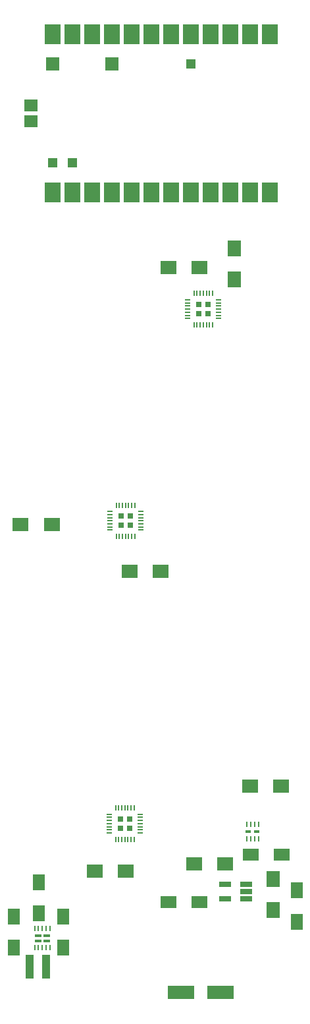
<source format=gbr>
G04 #@! TF.FileFunction,Paste,Bot*
%FSLAX46Y46*%
G04 Gerber Fmt 4.6, Leading zero omitted, Abs format (unit mm)*
G04 Created by KiCad (PCBNEW 4.0.6) date 07/28/17 14:14:33*
%MOMM*%
%LPD*%
G01*
G04 APERTURE LIST*
%ADD10C,0.100000*%
%ADD11R,1.600000X2.000000*%
%ADD12R,2.032000X2.540000*%
%ADD13R,1.143000X1.143000*%
%ADD14R,1.778000X1.778000*%
%ADD15R,1.778000X1.524000*%
%ADD16R,0.230000X0.750000*%
%ADD17R,0.850000X0.450000*%
%ADD18R,1.140000X3.050000*%
%ADD19R,0.250000X0.700000*%
%ADD20R,0.660000X0.366000*%
%ADD21R,1.560000X0.650000*%
%ADD22R,0.800000X0.200000*%
%ADD23R,0.200000X0.800000*%
%ADD24R,0.705000X0.705000*%
%ADD25R,1.700000X2.000000*%
%ADD26R,2.000000X1.700000*%
%ADD27R,3.500000X1.800000*%
%ADD28R,2.000000X1.600000*%
G04 APERTURE END LIST*
D10*
D11*
X70950000Y-150850000D03*
X70950000Y-146850000D03*
X67850000Y-146450000D03*
X67850000Y-142450000D03*
D12*
X69600000Y-53820000D03*
X69600000Y-33500000D03*
X72140000Y-53820000D03*
X72140000Y-33500000D03*
X74680000Y-53820000D03*
X74680000Y-33500000D03*
X77220000Y-53820000D03*
X77220000Y-33500000D03*
X79760000Y-53820000D03*
X79760000Y-33500000D03*
X82300000Y-53820000D03*
X82300000Y-33500000D03*
X84840000Y-53820000D03*
X84840000Y-33500000D03*
X87380000Y-53820000D03*
X87380000Y-33500000D03*
X89920000Y-53820000D03*
X89920000Y-33500000D03*
X92460000Y-53820000D03*
X92460000Y-33500000D03*
X95000000Y-53820000D03*
X95000000Y-33500000D03*
X97540000Y-53820000D03*
X97540000Y-33500000D03*
D13*
X87380000Y-37310000D03*
D14*
X77220000Y-37310000D03*
X69600000Y-37310000D03*
D13*
X69600000Y-50010000D03*
X72140000Y-50010000D03*
D15*
X66806000Y-44676000D03*
X66806000Y-42644000D03*
D11*
X64600000Y-150850000D03*
X64600000Y-146850000D03*
D16*
X67300000Y-150841043D03*
X67800000Y-150841043D03*
X68300000Y-150841043D03*
X68800000Y-150841043D03*
X69300000Y-150841043D03*
X67300000Y-148391043D03*
X67800000Y-148391043D03*
X68300000Y-148391043D03*
X68800000Y-148391043D03*
X69300000Y-148391043D03*
D17*
X67765000Y-149951043D03*
X68835000Y-149951043D03*
X68835000Y-149281043D03*
X67765000Y-149281043D03*
D18*
X68810000Y-153300000D03*
X66650000Y-153300000D03*
D19*
X96100000Y-136825000D03*
X95600000Y-136825000D03*
X95100000Y-136825000D03*
X94600000Y-136825000D03*
X94600000Y-134975000D03*
X95100000Y-134975000D03*
X95600000Y-134975000D03*
X96100000Y-134975000D03*
D20*
X94800000Y-135900000D03*
X95900000Y-135900000D03*
D21*
X94500000Y-142700000D03*
X94500000Y-143650000D03*
X94500000Y-144600000D03*
X91800000Y-144600000D03*
X91800000Y-142700000D03*
D22*
X80912500Y-133712500D03*
X80912500Y-134112500D03*
X80912500Y-134512500D03*
X80912500Y-134912500D03*
X80912500Y-135312500D03*
X80912500Y-135712500D03*
X80912500Y-136112500D03*
D23*
X80112500Y-136912500D03*
X79712500Y-136912500D03*
X79312500Y-136912500D03*
X78912500Y-136912500D03*
X78512500Y-136912500D03*
X78112500Y-136912500D03*
X77712500Y-136912500D03*
D22*
X76912500Y-136112500D03*
X76912500Y-135712500D03*
X76912500Y-135312500D03*
X76912500Y-134912500D03*
X76912500Y-134512500D03*
X76912500Y-134112500D03*
X76912500Y-133712500D03*
D23*
X77712500Y-132912500D03*
X78112500Y-132912500D03*
X78512500Y-132912500D03*
X78912500Y-132912500D03*
X79312500Y-132912500D03*
X79712500Y-132912500D03*
X80112500Y-132912500D03*
D24*
X78325000Y-135500000D03*
X78325000Y-134325000D03*
X79500000Y-135500000D03*
X79500000Y-134325000D03*
D23*
X80200000Y-98000000D03*
X79800000Y-98000000D03*
X79400000Y-98000000D03*
X79000000Y-98000000D03*
X78600000Y-98000000D03*
X78200000Y-98000000D03*
X77800000Y-98000000D03*
D22*
X77000000Y-97200000D03*
X77000000Y-96800000D03*
X77000000Y-96400000D03*
X77000000Y-96000000D03*
X77000000Y-95600000D03*
X77000000Y-95200000D03*
X77000000Y-94800000D03*
D23*
X77800000Y-94000000D03*
X78200000Y-94000000D03*
X78600000Y-94000000D03*
X79000000Y-94000000D03*
X79400000Y-94000000D03*
X79800000Y-94000000D03*
X80200000Y-94000000D03*
D22*
X81000000Y-94800000D03*
X81000000Y-95200000D03*
X81000000Y-95600000D03*
X81000000Y-96000000D03*
X81000000Y-96400000D03*
X81000000Y-96800000D03*
X81000000Y-97200000D03*
D24*
X78412500Y-95412500D03*
X79587500Y-95412500D03*
X78412500Y-96587500D03*
X79587500Y-96587500D03*
D22*
X91000000Y-67600000D03*
X91000000Y-68000000D03*
X91000000Y-68400000D03*
X91000000Y-68800000D03*
X91000000Y-69200000D03*
X91000000Y-69600000D03*
X91000000Y-70000000D03*
D23*
X90200000Y-70800000D03*
X89800000Y-70800000D03*
X89400000Y-70800000D03*
X89000000Y-70800000D03*
X88600000Y-70800000D03*
X88200000Y-70800000D03*
X87800000Y-70800000D03*
D22*
X87000000Y-70000000D03*
X87000000Y-69600000D03*
X87000000Y-69200000D03*
X87000000Y-68800000D03*
X87000000Y-68400000D03*
X87000000Y-68000000D03*
X87000000Y-67600000D03*
D23*
X87800000Y-66800000D03*
X88200000Y-66800000D03*
X88600000Y-66800000D03*
X89000000Y-66800000D03*
X89400000Y-66800000D03*
X89800000Y-66800000D03*
X90200000Y-66800000D03*
D24*
X88412500Y-69387500D03*
X88412500Y-68212500D03*
X89587500Y-69387500D03*
X89587500Y-68212500D03*
D25*
X98000000Y-146000000D03*
X98000000Y-142000000D03*
D26*
X91800000Y-140100000D03*
X87800000Y-140100000D03*
X95000000Y-130100000D03*
X99000000Y-130100000D03*
X75000000Y-141000000D03*
X79000000Y-141000000D03*
X65500000Y-96500000D03*
X69500000Y-96500000D03*
D25*
X93000000Y-61000000D03*
X93000000Y-65000000D03*
D26*
X83500000Y-102500000D03*
X79500000Y-102500000D03*
X88500000Y-63500000D03*
X84500000Y-63500000D03*
D27*
X86175000Y-156625000D03*
X91175000Y-156625000D03*
D11*
X101000000Y-147500000D03*
X101000000Y-143500000D03*
D28*
X95100000Y-138900000D03*
X99100000Y-138900000D03*
X88500000Y-145000000D03*
X84500000Y-145000000D03*
M02*

</source>
